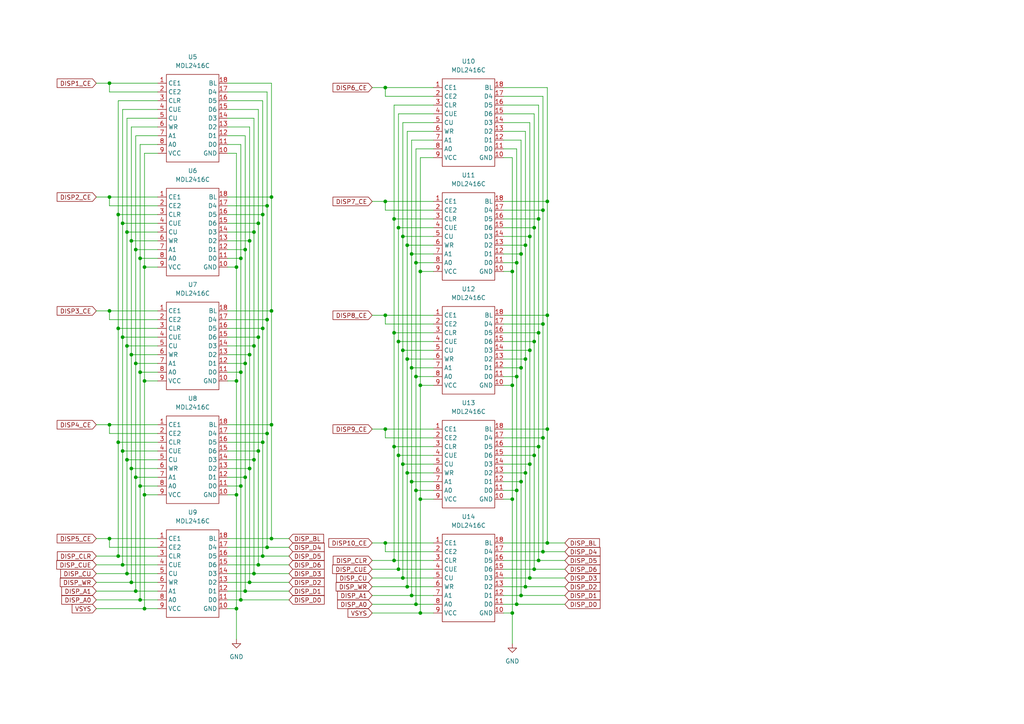
<source format=kicad_sch>
(kicad_sch (version 20230121) (generator eeschema)
  (paper "A4")
  (lib_symbols
    (symbol "MyComponents:MDL2416C"
      (property "Reference" "U" (at 0 0 0))
      (property "Value" "MDL2416C" (at 0 -15.24 0))
      (symbol "MDL2416C_0_1"
        (polyline (pts (xy 7.62 12.7) (xy 7.62 -12.7) (xy -7.62 -12.7) (xy -7.62 12.7) (xy 7.62 12.7)))
      )
      (symbol "MDL2416C_1_1"
        (pin input line (at -10.16 10.16 0) (length 2.54) (name "CE1") (number "1"))
        (pin power_in line (at 10.16 -10.16 180) (length 2.54) (name "GND") (number "10"))
        (pin input line (at 10.16 -7.62 180) (length 2.54) (name "D0") (number "11"))
        (pin input line (at 10.16 -5.08 180) (length 2.54) (name "D1") (number "12"))
        (pin input line (at 10.16 -2.54 180) (length 2.54) (name "D2") (number "13"))
        (pin input line (at 10.16 0 180) (length 2.54) (name "D3") (number "14"))
        (pin input line (at 10.16 2.54 180) (length 2.54) (name "D6") (number "15"))
        (pin input line (at 10.16 5.08 180) (length 2.54) (name "D5") (number "16"))
        (pin input line (at 10.16 7.62 180) (length 2.54) (name "D4") (number "17"))
        (pin input line (at 10.16 10.16 180) (length 2.54) (name "BL") (number "18"))
        (pin input line (at -10.16 7.62 0) (length 2.54) (name "CE2") (number "2"))
        (pin input line (at -10.16 5.08 0) (length 2.54) (name "CLR") (number "3"))
        (pin input line (at -10.16 2.54 0) (length 2.54) (name "CUE") (number "4"))
        (pin input line (at -10.16 0 0) (length 2.54) (name "CU") (number "5"))
        (pin input line (at -10.16 -2.54 0) (length 2.54) (name "WR") (number "6"))
        (pin input line (at -10.16 -5.08 0) (length 2.54) (name "A1") (number "7"))
        (pin input line (at -10.16 -7.62 0) (length 2.54) (name "A0") (number "8"))
        (pin power_in line (at -10.16 -10.16 0) (length 2.54) (name "VCC") (number "9"))
      )
    )
    (symbol "power:GND" (power) (pin_names (offset 0))
      (property "Value" "GND" (at 0 -3.81 0))
      (symbol "GND_0_1"
        (polyline (pts (xy 0 0) (xy 0 -1.27) (xy 1.27 -1.27) (xy 0 -2.54) (xy -1.27 -1.27) (xy 0 -1.27)))
      )
      (symbol "GND_1_1"
        (pin power_in line (at 0 0 270) (length 0) hide (name "GND") (number "1"))
      )
    )
  )
  (junction (at 39.37 72.39))
  (junction (at 72.39 69.85))
  (junction (at 116.84 167.64))
  (junction (at 40.64 74.93))
  (junction (at 158.75 157.48))
  (junction (at 151.13 172.72))
  (junction (at 158.75 58.42))
  (junction (at 158.75 91.44))
  (junction (at 115.57 99.06))
  (junction (at 149.86 175.26))
  (junction (at 151.13 139.7))
  (junction (at 34.29 95.25))
  (junction (at 153.67 134.62))
  (junction (at 154.94 99.06))
  (junction (at 76.2 95.25))
  (junction (at 39.37 171.45))
  (junction (at 73.66 133.35))
  (junction (at 78.74 123.19))
  (junction (at 149.86 76.2))
  (junction (at 71.12 171.45))
  (junction (at 76.2 62.23))
  (junction (at 156.21 129.54))
  (junction (at 38.1 102.87))
  (junction (at 36.83 133.35))
  (junction (at 74.93 64.77))
  (junction (at 149.86 109.22))
  (junction (at 78.74 90.17))
  (junction (at 38.1 168.91))
  (junction (at 121.92 111.76))
  (junction (at 115.57 165.1))
  (junction (at 119.38 106.68))
  (junction (at 68.58 110.49))
  (junction (at 31.75 156.21))
  (junction (at 148.59 144.78))
  (junction (at 69.85 173.99))
  (junction (at 116.84 68.58))
  (junction (at 115.57 132.08))
  (junction (at 152.4 71.12))
  (junction (at 116.84 134.62))
  (junction (at 35.56 97.79))
  (junction (at 34.29 128.27))
  (junction (at 73.66 166.37))
  (junction (at 148.59 111.76))
  (junction (at 40.64 140.97))
  (junction (at 35.56 130.81))
  (junction (at 114.3 96.52))
  (junction (at 158.75 124.46))
  (junction (at 154.94 132.08))
  (junction (at 111.76 124.46))
  (junction (at 120.65 142.24))
  (junction (at 120.65 175.26))
  (junction (at 114.3 63.5))
  (junction (at 77.47 158.75))
  (junction (at 74.93 97.79))
  (junction (at 77.47 125.73))
  (junction (at 111.76 58.42))
  (junction (at 76.2 161.29))
  (junction (at 36.83 100.33))
  (junction (at 119.38 139.7))
  (junction (at 157.48 127))
  (junction (at 120.65 76.2))
  (junction (at 156.21 162.56))
  (junction (at 153.67 68.58))
  (junction (at 72.39 135.89))
  (junction (at 68.58 143.51))
  (junction (at 148.59 177.8))
  (junction (at 72.39 168.91))
  (junction (at 118.11 104.14))
  (junction (at 151.13 73.66))
  (junction (at 151.13 106.68))
  (junction (at 111.76 157.48))
  (junction (at 39.37 105.41))
  (junction (at 156.21 96.52))
  (junction (at 71.12 105.41))
  (junction (at 156.21 63.5))
  (junction (at 69.85 140.97))
  (junction (at 157.48 160.02))
  (junction (at 40.64 173.99))
  (junction (at 38.1 135.89))
  (junction (at 152.4 104.14))
  (junction (at 154.94 66.04))
  (junction (at 31.75 57.15))
  (junction (at 74.93 163.83))
  (junction (at 121.92 78.74))
  (junction (at 71.12 72.39))
  (junction (at 69.85 74.93))
  (junction (at 118.11 137.16))
  (junction (at 119.38 73.66))
  (junction (at 41.91 110.49))
  (junction (at 36.83 166.37))
  (junction (at 38.1 69.85))
  (junction (at 121.92 144.78))
  (junction (at 121.92 177.8))
  (junction (at 119.38 172.72))
  (junction (at 118.11 71.12))
  (junction (at 71.12 138.43))
  (junction (at 111.76 91.44))
  (junction (at 31.75 123.19))
  (junction (at 40.64 107.95))
  (junction (at 31.75 24.13))
  (junction (at 118.11 170.18))
  (junction (at 31.75 90.17))
  (junction (at 78.74 57.15))
  (junction (at 157.48 93.98))
  (junction (at 114.3 162.56))
  (junction (at 120.65 109.22))
  (junction (at 69.85 107.95))
  (junction (at 114.3 129.54))
  (junction (at 77.47 59.69))
  (junction (at 41.91 77.47))
  (junction (at 157.48 60.96))
  (junction (at 154.94 165.1))
  (junction (at 73.66 67.31))
  (junction (at 152.4 170.18))
  (junction (at 76.2 128.27))
  (junction (at 111.76 25.4))
  (junction (at 115.57 66.04))
  (junction (at 73.66 100.33))
  (junction (at 77.47 92.71))
  (junction (at 149.86 142.24))
  (junction (at 72.39 102.87))
  (junction (at 35.56 64.77))
  (junction (at 35.56 163.83))
  (junction (at 116.84 101.6))
  (junction (at 148.59 78.74))
  (junction (at 153.67 167.64))
  (junction (at 78.74 156.21))
  (junction (at 152.4 137.16))
  (junction (at 41.91 176.53))
  (junction (at 36.83 67.31))
  (junction (at 34.29 161.29))
  (junction (at 39.37 138.43))
  (junction (at 34.29 62.23))
  (junction (at 41.91 143.51))
  (junction (at 68.58 77.47))
  (junction (at 68.58 176.53))
  (junction (at 153.67 101.6))
  (junction (at 74.93 130.81))
  (wire (pts (xy 149.86 175.26) (xy 163.83 175.26)))
  (wire (pts (xy 158.75 124.46) (xy 158.75 157.48)))
  (wire (pts (xy 27.94 176.53) (xy 41.91 176.53)))
  (wire (pts (xy 157.48 160.02) (xy 163.83 160.02)))
  (wire (pts (xy 66.04 161.29) (xy 76.2 161.29)))
  (wire (pts (xy 114.3 30.48) (xy 114.3 63.5)))
  (wire (pts (xy 74.93 64.77) (xy 74.93 97.79)))
  (wire (pts (xy 118.11 104.14) (xy 118.11 137.16)))
  (wire (pts (xy 66.04 41.91) (xy 69.85 41.91)))
  (wire (pts (xy 146.05 162.56) (xy 156.21 162.56)))
  (wire (pts (xy 151.13 139.7) (xy 151.13 172.72)))
  (wire (pts (xy 76.2 161.29) (xy 83.82 161.29)))
  (wire (pts (xy 41.91 143.51) (xy 41.91 176.53)))
  (wire (pts (xy 66.04 44.45) (xy 68.58 44.45)))
  (wire (pts (xy 34.29 62.23) (xy 34.29 95.25)))
  (wire (pts (xy 158.75 58.42) (xy 158.75 91.44)))
  (wire (pts (xy 66.04 72.39) (xy 71.12 72.39)))
  (wire (pts (xy 74.93 97.79) (xy 74.93 130.81)))
  (wire (pts (xy 120.65 76.2) (xy 125.73 76.2)))
  (wire (pts (xy 120.65 76.2) (xy 120.65 109.22)))
  (wire (pts (xy 78.74 57.15) (xy 78.74 90.17)))
  (wire (pts (xy 125.73 93.98) (xy 111.76 93.98)))
  (wire (pts (xy 154.94 66.04) (xy 154.94 99.06)))
  (wire (pts (xy 121.92 111.76) (xy 125.73 111.76)))
  (wire (pts (xy 111.76 25.4) (xy 111.76 27.94)))
  (wire (pts (xy 45.72 34.29) (xy 36.83 34.29)))
  (wire (pts (xy 45.72 29.21) (xy 34.29 29.21)))
  (wire (pts (xy 66.04 158.75) (xy 77.47 158.75)))
  (wire (pts (xy 27.94 173.99) (xy 40.64 173.99)))
  (wire (pts (xy 36.83 133.35) (xy 45.72 133.35)))
  (wire (pts (xy 68.58 143.51) (xy 68.58 176.53)))
  (wire (pts (xy 125.73 127) (xy 111.76 127)))
  (wire (pts (xy 153.67 35.56) (xy 153.67 68.58)))
  (wire (pts (xy 69.85 140.97) (xy 66.04 140.97)))
  (wire (pts (xy 120.65 109.22) (xy 120.65 142.24)))
  (wire (pts (xy 107.95 177.8) (xy 121.92 177.8)))
  (wire (pts (xy 153.67 101.6) (xy 153.67 134.62)))
  (wire (pts (xy 72.39 135.89) (xy 66.04 135.89)))
  (wire (pts (xy 69.85 173.99) (xy 83.82 173.99)))
  (wire (pts (xy 34.29 95.25) (xy 34.29 128.27)))
  (wire (pts (xy 118.11 137.16) (xy 118.11 170.18)))
  (wire (pts (xy 151.13 73.66) (xy 151.13 106.68)))
  (wire (pts (xy 72.39 36.83) (xy 72.39 69.85)))
  (wire (pts (xy 146.05 45.72) (xy 148.59 45.72)))
  (wire (pts (xy 107.95 167.64) (xy 116.84 167.64)))
  (wire (pts (xy 45.72 39.37) (xy 39.37 39.37)))
  (wire (pts (xy 107.95 157.48) (xy 111.76 157.48)))
  (wire (pts (xy 31.75 26.67) (xy 45.72 26.67)))
  (wire (pts (xy 111.76 93.98) (xy 111.76 91.44)))
  (wire (pts (xy 156.21 162.56) (xy 163.83 162.56)))
  (wire (pts (xy 153.67 101.6) (xy 146.05 101.6)))
  (wire (pts (xy 27.94 171.45) (xy 39.37 171.45)))
  (wire (pts (xy 146.05 30.48) (xy 156.21 30.48)))
  (wire (pts (xy 31.75 123.19) (xy 45.72 123.19)))
  (wire (pts (xy 111.76 27.94) (xy 125.73 27.94)))
  (wire (pts (xy 120.65 43.18) (xy 120.65 76.2)))
  (wire (pts (xy 107.95 124.46) (xy 111.76 124.46)))
  (wire (pts (xy 158.75 157.48) (xy 163.83 157.48)))
  (wire (pts (xy 31.75 90.17) (xy 45.72 90.17)))
  (wire (pts (xy 31.75 125.73) (xy 31.75 123.19)))
  (wire (pts (xy 111.76 60.96) (xy 111.76 58.42)))
  (wire (pts (xy 31.75 92.71) (xy 31.75 90.17)))
  (wire (pts (xy 35.56 64.77) (xy 45.72 64.77)))
  (wire (pts (xy 78.74 156.21) (xy 83.82 156.21)))
  (wire (pts (xy 158.75 91.44) (xy 158.75 124.46)))
  (wire (pts (xy 35.56 31.75) (xy 35.56 64.77)))
  (wire (pts (xy 73.66 100.33) (xy 73.66 133.35)))
  (wire (pts (xy 41.91 143.51) (xy 45.72 143.51)))
  (wire (pts (xy 107.95 175.26) (xy 120.65 175.26)))
  (wire (pts (xy 118.11 170.18) (xy 125.73 170.18)))
  (wire (pts (xy 73.66 166.37) (xy 83.82 166.37)))
  (wire (pts (xy 72.39 102.87) (xy 66.04 102.87)))
  (wire (pts (xy 71.12 72.39) (xy 71.12 105.41)))
  (wire (pts (xy 118.11 71.12) (xy 118.11 104.14)))
  (wire (pts (xy 35.56 130.81) (xy 35.56 163.83)))
  (wire (pts (xy 158.75 91.44) (xy 146.05 91.44)))
  (wire (pts (xy 107.95 170.18) (xy 118.11 170.18)))
  (wire (pts (xy 36.83 67.31) (xy 45.72 67.31)))
  (wire (pts (xy 111.76 58.42) (xy 125.73 58.42)))
  (wire (pts (xy 36.83 166.37) (xy 45.72 166.37)))
  (wire (pts (xy 125.73 60.96) (xy 111.76 60.96)))
  (wire (pts (xy 107.95 165.1) (xy 115.57 165.1)))
  (wire (pts (xy 66.04 26.67) (xy 77.47 26.67)))
  (wire (pts (xy 149.86 43.18) (xy 149.86 76.2)))
  (wire (pts (xy 27.94 168.91) (xy 38.1 168.91)))
  (wire (pts (xy 76.2 62.23) (xy 66.04 62.23)))
  (wire (pts (xy 45.72 158.75) (xy 31.75 158.75)))
  (wire (pts (xy 152.4 38.1) (xy 152.4 71.12)))
  (wire (pts (xy 76.2 128.27) (xy 76.2 161.29)))
  (wire (pts (xy 157.48 127) (xy 146.05 127)))
  (wire (pts (xy 40.64 107.95) (xy 40.64 140.97)))
  (wire (pts (xy 77.47 26.67) (xy 77.47 59.69)))
  (wire (pts (xy 148.59 78.74) (xy 148.59 111.76)))
  (wire (pts (xy 156.21 63.5) (xy 156.21 96.52)))
  (wire (pts (xy 116.84 134.62) (xy 125.73 134.62)))
  (wire (pts (xy 68.58 110.49) (xy 68.58 143.51)))
  (wire (pts (xy 121.92 45.72) (xy 121.92 78.74)))
  (wire (pts (xy 114.3 129.54) (xy 114.3 162.56)))
  (wire (pts (xy 154.94 99.06) (xy 154.94 132.08)))
  (wire (pts (xy 157.48 60.96) (xy 146.05 60.96)))
  (wire (pts (xy 125.73 35.56) (xy 116.84 35.56)))
  (wire (pts (xy 125.73 43.18) (xy 120.65 43.18)))
  (wire (pts (xy 34.29 95.25) (xy 45.72 95.25)))
  (wire (pts (xy 146.05 25.4) (xy 158.75 25.4)))
  (wire (pts (xy 125.73 40.64) (xy 119.38 40.64)))
  (wire (pts (xy 36.83 133.35) (xy 36.83 166.37)))
  (wire (pts (xy 149.86 142.24) (xy 149.86 175.26)))
  (wire (pts (xy 146.05 38.1) (xy 152.4 38.1)))
  (wire (pts (xy 125.73 25.4) (xy 111.76 25.4)))
  (wire (pts (xy 154.94 33.02) (xy 154.94 66.04)))
  (wire (pts (xy 107.95 25.4) (xy 111.76 25.4)))
  (wire (pts (xy 36.83 67.31) (xy 36.83 100.33)))
  (wire (pts (xy 149.86 109.22) (xy 146.05 109.22)))
  (wire (pts (xy 45.72 31.75) (xy 35.56 31.75)))
  (wire (pts (xy 153.67 167.64) (xy 163.83 167.64)))
  (wire (pts (xy 146.05 139.7) (xy 151.13 139.7)))
  (wire (pts (xy 39.37 138.43) (xy 39.37 171.45)))
  (wire (pts (xy 158.75 58.42) (xy 146.05 58.42)))
  (wire (pts (xy 153.67 134.62) (xy 146.05 134.62)))
  (wire (pts (xy 121.92 144.78) (xy 121.92 177.8)))
  (wire (pts (xy 146.05 78.74) (xy 148.59 78.74)))
  (wire (pts (xy 39.37 171.45) (xy 45.72 171.45)))
  (wire (pts (xy 118.11 104.14) (xy 125.73 104.14)))
  (wire (pts (xy 31.75 59.69) (xy 31.75 57.15)))
  (wire (pts (xy 111.76 160.02) (xy 111.76 157.48)))
  (wire (pts (xy 74.93 130.81) (xy 66.04 130.81)))
  (wire (pts (xy 115.57 99.06) (xy 115.57 132.08)))
  (wire (pts (xy 119.38 139.7) (xy 125.73 139.7)))
  (wire (pts (xy 45.72 24.13) (xy 31.75 24.13)))
  (wire (pts (xy 146.05 172.72) (xy 151.13 172.72)))
  (wire (pts (xy 66.04 163.83) (xy 74.93 163.83)))
  (wire (pts (xy 27.94 123.19) (xy 31.75 123.19)))
  (wire (pts (xy 68.58 44.45) (xy 68.58 77.47)))
  (wire (pts (xy 39.37 138.43) (xy 45.72 138.43)))
  (wire (pts (xy 34.29 62.23) (xy 45.72 62.23)))
  (wire (pts (xy 40.64 74.93) (xy 40.64 107.95)))
  (wire (pts (xy 158.75 124.46) (xy 146.05 124.46)))
  (wire (pts (xy 69.85 41.91) (xy 69.85 74.93)))
  (wire (pts (xy 41.91 110.49) (xy 45.72 110.49)))
  (wire (pts (xy 74.93 31.75) (xy 74.93 64.77)))
  (wire (pts (xy 66.04 143.51) (xy 68.58 143.51)))
  (wire (pts (xy 121.92 177.8) (xy 125.73 177.8)))
  (wire (pts (xy 146.05 170.18) (xy 152.4 170.18)))
  (wire (pts (xy 121.92 78.74) (xy 121.92 111.76)))
  (wire (pts (xy 120.65 109.22) (xy 125.73 109.22)))
  (wire (pts (xy 146.05 33.02) (xy 154.94 33.02)))
  (wire (pts (xy 125.73 38.1) (xy 118.11 38.1)))
  (wire (pts (xy 78.74 57.15) (xy 66.04 57.15)))
  (wire (pts (xy 73.66 67.31) (xy 73.66 100.33)))
  (wire (pts (xy 119.38 106.68) (xy 125.73 106.68)))
  (wire (pts (xy 114.3 162.56) (xy 125.73 162.56)))
  (wire (pts (xy 156.21 96.52) (xy 156.21 129.54)))
  (wire (pts (xy 45.72 36.83) (xy 38.1 36.83)))
  (wire (pts (xy 146.05 43.18) (xy 149.86 43.18)))
  (wire (pts (xy 152.4 137.16) (xy 146.05 137.16)))
  (wire (pts (xy 38.1 102.87) (xy 45.72 102.87)))
  (wire (pts (xy 66.04 36.83) (xy 72.39 36.83)))
  (wire (pts (xy 76.2 62.23) (xy 76.2 95.25)))
  (wire (pts (xy 148.59 45.72) (xy 148.59 78.74)))
  (wire (pts (xy 158.75 25.4) (xy 158.75 58.42)))
  (wire (pts (xy 38.1 135.89) (xy 45.72 135.89)))
  (wire (pts (xy 40.64 140.97) (xy 40.64 173.99)))
  (wire (pts (xy 66.04 173.99) (xy 69.85 173.99)))
  (wire (pts (xy 152.4 104.14) (xy 152.4 137.16)))
  (wire (pts (xy 69.85 107.95) (xy 69.85 140.97)))
  (wire (pts (xy 118.11 137.16) (xy 125.73 137.16)))
  (wire (pts (xy 74.93 64.77) (xy 66.04 64.77)))
  (wire (pts (xy 115.57 132.08) (xy 115.57 165.1)))
  (wire (pts (xy 114.3 63.5) (xy 125.73 63.5)))
  (wire (pts (xy 66.04 138.43) (xy 71.12 138.43)))
  (wire (pts (xy 72.39 69.85) (xy 66.04 69.85)))
  (wire (pts (xy 119.38 73.66) (xy 119.38 106.68)))
  (wire (pts (xy 120.65 142.24) (xy 125.73 142.24)))
  (wire (pts (xy 77.47 125.73) (xy 77.47 158.75)))
  (wire (pts (xy 77.47 158.75) (xy 83.82 158.75)))
  (wire (pts (xy 157.48 60.96) (xy 157.48 93.98)))
  (wire (pts (xy 66.04 110.49) (xy 68.58 110.49)))
  (wire (pts (xy 31.75 24.13) (xy 31.75 26.67)))
  (wire (pts (xy 38.1 69.85) (xy 38.1 102.87)))
  (wire (pts (xy 31.75 156.21) (xy 45.72 156.21)))
  (wire (pts (xy 39.37 72.39) (xy 39.37 105.41)))
  (wire (pts (xy 41.91 77.47) (xy 45.72 77.47)))
  (wire (pts (xy 77.47 59.69) (xy 66.04 59.69)))
  (wire (pts (xy 152.4 71.12) (xy 152.4 104.14)))
  (wire (pts (xy 149.86 76.2) (xy 146.05 76.2)))
  (wire (pts (xy 35.56 97.79) (xy 45.72 97.79)))
  (wire (pts (xy 34.29 29.21) (xy 34.29 62.23)))
  (wire (pts (xy 36.83 100.33) (xy 45.72 100.33)))
  (wire (pts (xy 38.1 69.85) (xy 45.72 69.85)))
  (wire (pts (xy 120.65 142.24) (xy 120.65 175.26)))
  (wire (pts (xy 27.94 156.21) (xy 31.75 156.21)))
  (wire (pts (xy 111.76 124.46) (xy 125.73 124.46)))
  (wire (pts (xy 35.56 64.77) (xy 35.56 97.79)))
  (wire (pts (xy 116.84 101.6) (xy 125.73 101.6)))
  (wire (pts (xy 27.94 57.15) (xy 31.75 57.15)))
  (wire (pts (xy 146.05 111.76) (xy 148.59 111.76)))
  (wire (pts (xy 73.66 100.33) (xy 66.04 100.33)))
  (wire (pts (xy 114.3 96.52) (xy 114.3 129.54)))
  (wire (pts (xy 116.84 68.58) (xy 116.84 101.6)))
  (wire (pts (xy 146.05 73.66) (xy 151.13 73.66)))
  (wire (pts (xy 156.21 63.5) (xy 146.05 63.5)))
  (wire (pts (xy 115.57 99.06) (xy 125.73 99.06)))
  (wire (pts (xy 31.75 57.15) (xy 45.72 57.15)))
  (wire (pts (xy 66.04 29.21) (xy 76.2 29.21)))
  (wire (pts (xy 115.57 33.02) (xy 115.57 66.04)))
  (wire (pts (xy 38.1 102.87) (xy 38.1 135.89)))
  (wire (pts (xy 71.12 39.37) (xy 71.12 72.39)))
  (wire (pts (xy 41.91 110.49) (xy 41.91 143.51)))
  (wire (pts (xy 39.37 105.41) (xy 39.37 138.43)))
  (wire (pts (xy 34.29 128.27) (xy 34.29 161.29)))
  (wire (pts (xy 152.4 170.18) (xy 163.83 170.18)))
  (wire (pts (xy 157.48 27.94) (xy 157.48 60.96)))
  (wire (pts (xy 157.48 93.98) (xy 157.48 127)))
  (wire (pts (xy 45.72 41.91) (xy 40.64 41.91)))
  (wire (pts (xy 38.1 135.89) (xy 38.1 168.91)))
  (wire (pts (xy 41.91 176.53) (xy 45.72 176.53)))
  (wire (pts (xy 107.95 58.42) (xy 111.76 58.42)))
  (wire (pts (xy 77.47 92.71) (xy 77.47 125.73)))
  (wire (pts (xy 66.04 171.45) (xy 71.12 171.45)))
  (wire (pts (xy 111.76 127) (xy 111.76 124.46)))
  (wire (pts (xy 154.94 132.08) (xy 154.94 165.1)))
  (wire (pts (xy 45.72 125.73) (xy 31.75 125.73)))
  (wire (pts (xy 149.86 109.22) (xy 149.86 142.24)))
  (wire (pts (xy 116.84 167.64) (xy 125.73 167.64)))
  (wire (pts (xy 125.73 45.72) (xy 121.92 45.72)))
  (wire (pts (xy 156.21 129.54) (xy 156.21 162.56)))
  (wire (pts (xy 154.94 165.1) (xy 163.83 165.1)))
  (wire (pts (xy 115.57 132.08) (xy 125.73 132.08)))
  (wire (pts (xy 153.67 68.58) (xy 153.67 101.6)))
  (wire (pts (xy 74.93 163.83) (xy 83.82 163.83)))
  (wire (pts (xy 76.2 95.25) (xy 76.2 128.27)))
  (wire (pts (xy 119.38 139.7) (xy 119.38 172.72)))
  (wire (pts (xy 39.37 72.39) (xy 45.72 72.39)))
  (wire (pts (xy 149.86 142.24) (xy 146.05 142.24)))
  (wire (pts (xy 115.57 66.04) (xy 125.73 66.04)))
  (wire (pts (xy 151.13 40.64) (xy 151.13 73.66)))
  (wire (pts (xy 34.29 128.27) (xy 45.72 128.27)))
  (wire (pts (xy 73.66 133.35) (xy 73.66 166.37)))
  (wire (pts (xy 40.64 41.91) (xy 40.64 74.93)))
  (wire (pts (xy 157.48 93.98) (xy 146.05 93.98)))
  (wire (pts (xy 66.04 168.91) (xy 72.39 168.91)))
  (wire (pts (xy 146.05 160.02) (xy 157.48 160.02)))
  (wire (pts (xy 77.47 59.69) (xy 77.47 92.71)))
  (wire (pts (xy 156.21 96.52) (xy 146.05 96.52)))
  (wire (pts (xy 71.12 171.45) (xy 83.82 171.45)))
  (wire (pts (xy 45.72 44.45) (xy 41.91 44.45)))
  (wire (pts (xy 69.85 74.93) (xy 66.04 74.93)))
  (wire (pts (xy 119.38 106.68) (xy 119.38 139.7)))
  (wire (pts (xy 74.93 130.81) (xy 74.93 163.83)))
  (wire (pts (xy 38.1 168.91) (xy 45.72 168.91)))
  (wire (pts (xy 66.04 156.21) (xy 78.74 156.21)))
  (wire (pts (xy 111.76 91.44) (xy 125.73 91.44)))
  (wire (pts (xy 116.84 101.6) (xy 116.84 134.62)))
  (wire (pts (xy 157.48 127) (xy 157.48 160.02)))
  (wire (pts (xy 39.37 39.37) (xy 39.37 72.39)))
  (wire (pts (xy 156.21 129.54) (xy 146.05 129.54)))
  (wire (pts (xy 121.92 78.74) (xy 125.73 78.74)))
  (wire (pts (xy 146.05 27.94) (xy 157.48 27.94)))
  (wire (pts (xy 72.39 135.89) (xy 72.39 168.91)))
  (wire (pts (xy 116.84 134.62) (xy 116.84 167.64)))
  (wire (pts (xy 114.3 96.52) (xy 125.73 96.52)))
  (wire (pts (xy 107.95 91.44) (xy 111.76 91.44)))
  (wire (pts (xy 72.39 168.91) (xy 83.82 168.91)))
  (wire (pts (xy 27.94 166.37) (xy 36.83 166.37)))
  (wire (pts (xy 148.59 111.76) (xy 148.59 144.78)))
  (wire (pts (xy 125.73 30.48) (xy 114.3 30.48)))
  (wire (pts (xy 111.76 157.48) (xy 125.73 157.48)))
  (wire (pts (xy 76.2 95.25) (xy 66.04 95.25)))
  (wire (pts (xy 68.58 77.47) (xy 68.58 110.49)))
  (wire (pts (xy 146.05 106.68) (xy 151.13 106.68)))
  (wire (pts (xy 36.83 100.33) (xy 36.83 133.35)))
  (wire (pts (xy 119.38 40.64) (xy 119.38 73.66)))
  (wire (pts (xy 71.12 138.43) (xy 71.12 171.45)))
  (wire (pts (xy 73.66 34.29) (xy 73.66 67.31)))
  (wire (pts (xy 35.56 97.79) (xy 35.56 130.81)))
  (wire (pts (xy 148.59 144.78) (xy 148.59 177.8)))
  (wire (pts (xy 66.04 24.13) (xy 78.74 24.13)))
  (wire (pts (xy 66.04 34.29) (xy 73.66 34.29)))
  (wire (pts (xy 68.58 176.53) (xy 68.58 185.42)))
  (wire (pts (xy 153.67 68.58) (xy 146.05 68.58)))
  (wire (pts (xy 115.57 165.1) (xy 125.73 165.1)))
  (wire (pts (xy 35.56 163.83) (xy 45.72 163.83)))
  (wire (pts (xy 73.66 67.31) (xy 66.04 67.31)))
  (wire (pts (xy 116.84 68.58) (xy 125.73 68.58)))
  (wire (pts (xy 40.64 107.95) (xy 45.72 107.95)))
  (wire (pts (xy 119.38 172.72) (xy 125.73 172.72)))
  (wire (pts (xy 156.21 30.48) (xy 156.21 63.5)))
  (wire (pts (xy 152.4 137.16) (xy 152.4 170.18)))
  (wire (pts (xy 27.94 24.13) (xy 31.75 24.13)))
  (wire (pts (xy 152.4 104.14) (xy 146.05 104.14)))
  (wire (pts (xy 72.39 102.87) (xy 72.39 135.89)))
  (wire (pts (xy 154.94 132.08) (xy 146.05 132.08)))
  (wire (pts (xy 73.66 133.35) (xy 66.04 133.35)))
  (wire (pts (xy 45.72 92.71) (xy 31.75 92.71)))
  (wire (pts (xy 27.94 161.29) (xy 34.29 161.29)))
  (wire (pts (xy 39.37 105.41) (xy 45.72 105.41)))
  (wire (pts (xy 114.3 129.54) (xy 125.73 129.54)))
  (wire (pts (xy 69.85 74.93) (xy 69.85 107.95)))
  (wire (pts (xy 146.05 35.56) (xy 153.67 35.56)))
  (wire (pts (xy 146.05 40.64) (xy 151.13 40.64)))
  (wire (pts (xy 154.94 99.06) (xy 146.05 99.06)))
  (wire (pts (xy 66.04 166.37) (xy 73.66 166.37)))
  (wire (pts (xy 40.64 74.93) (xy 45.72 74.93)))
  (wire (pts (xy 41.91 77.47) (xy 41.91 110.49)))
  (wire (pts (xy 151.13 172.72) (xy 163.83 172.72)))
  (wire (pts (xy 107.95 162.56) (xy 114.3 162.56)))
  (wire (pts (xy 118.11 71.12) (xy 125.73 71.12)))
  (wire (pts (xy 69.85 107.95) (xy 66.04 107.95)))
  (wire (pts (xy 77.47 125.73) (xy 66.04 125.73)))
  (wire (pts (xy 149.86 76.2) (xy 149.86 109.22)))
  (wire (pts (xy 45.72 59.69) (xy 31.75 59.69)))
  (wire (pts (xy 121.92 144.78) (xy 125.73 144.78)))
  (wire (pts (xy 119.38 73.66) (xy 125.73 73.66)))
  (wire (pts (xy 152.4 71.12) (xy 146.05 71.12)))
  (wire (pts (xy 74.93 97.79) (xy 66.04 97.79)))
  (wire (pts (xy 78.74 90.17) (xy 78.74 123.19)))
  (wire (pts (xy 151.13 106.68) (xy 151.13 139.7)))
  (wire (pts (xy 153.67 134.62) (xy 153.67 167.64)))
  (wire (pts (xy 31.75 158.75) (xy 31.75 156.21)))
  (wire (pts (xy 40.64 173.99) (xy 45.72 173.99)))
  (wire (pts (xy 68.58 176.53) (xy 66.04 176.53)))
  (wire (pts (xy 146.05 175.26) (xy 149.86 175.26)))
  (wire (pts (xy 78.74 90.17) (xy 66.04 90.17)))
  (wire (pts (xy 120.65 175.26) (xy 125.73 175.26)))
  (wire (pts (xy 118.11 38.1) (xy 118.11 71.12)))
  (wire (pts (xy 146.05 157.48) (xy 158.75 157.48)))
  (wire (pts (xy 69.85 140.97) (xy 69.85 173.99)))
  (wire (pts (xy 27.94 163.83) (xy 35.56 163.83)))
  (wire (pts (xy 107.95 172.72) (xy 119.38 172.72)))
  (wire (pts (xy 36.83 34.29) (xy 36.83 67.31)))
  (wire (pts (xy 76.2 128.27) (xy 66.04 128.27)))
  (wire (pts (xy 66.04 77.47) (xy 68.58 77.47)))
  (wire (pts (xy 146.05 144.78) (xy 148.59 144.78)))
  (wire (pts (xy 148.59 177.8) (xy 148.59 186.69)))
  (wire (pts (xy 148.59 177.8) (xy 146.05 177.8)))
  (wire (pts (xy 76.2 29.21) (xy 76.2 62.23)))
  (wire (pts (xy 66.04 105.41) (xy 71.12 105.41)))
  (wire (pts (xy 40.64 140.97) (xy 45.72 140.97)))
  (wire (pts (xy 38.1 36.83) (xy 38.1 69.85)))
  (wire (pts (xy 146.05 167.64) (xy 153.67 167.64)))
  (wire (pts (xy 125.73 160.02) (xy 111.76 160.02)))
  (wire (pts (xy 27.94 90.17) (xy 31.75 90.17)))
  (wire (pts (xy 66.04 31.75) (xy 74.93 31.75)))
  (wire (pts (xy 154.94 66.04) (xy 146.05 66.04)))
  (wire (pts (xy 114.3 63.5) (xy 114.3 96.52)))
  (wire (pts (xy 71.12 105.41) (xy 71.12 138.43)))
  (wire (pts (xy 125.73 33.02) (xy 115.57 33.02)))
  (wire (pts (xy 41.91 44.45) (xy 41.91 77.47)))
  (wire (pts (xy 116.84 35.56) (xy 116.84 68.58)))
  (wire (pts (xy 77.47 92.71) (xy 66.04 92.71)))
  (wire (pts (xy 78.74 123.19) (xy 78.74 156.21)))
  (wire (pts (xy 115.57 66.04) (xy 115.57 99.06)))
  (wire (pts (xy 146.05 165.1) (xy 154.94 165.1)))
  (wire (pts (xy 78.74 123.19) (xy 66.04 123.19)))
  (wire (pts (xy 35.56 130.81) (xy 45.72 130.81)))
  (wire (pts (xy 72.39 69.85) (xy 72.39 102.87)))
  (wire (pts (xy 34.29 161.29) (xy 45.72 161.29)))
  (wire (pts (xy 66.04 39.37) (xy 71.12 39.37)))
  (wire (pts (xy 78.74 24.13) (xy 78.74 57.15)))
  (wire (pts (xy 121.92 111.76) (xy 121.92 144.78)))
  (global_label "DISP_D0" (shape input) (at 83.82 173.99 0) (property "Intersheetrefs" "${INTERSHEET_REFS}" (effects hide)))
  (global_label "DISP_A1" (shape input) (at 107.95 172.72 180) (property "Intersheetrefs" "${INTERSHEET_REFS}" (effects hide)))
  (global_label "DISP_WR" (shape input) (at 27.94 168.91 180) (property "Intersheetrefs" "${INTERSHEET_REFS}" (effects hide)))
  (global_label "DISP_BL" (shape input) (at 163.83 157.48 0) (property "Intersheetrefs" "${INTERSHEET_REFS}" (effects hide)))
  (global_label "DISP_D6" (shape input) (at 83.82 163.83 0) (property "Intersheetrefs" "${INTERSHEET_REFS}" (effects hide)))
  (global_label "DISP_D5" (shape input) (at 83.82 161.29 0) (property "Intersheetrefs" "${INTERSHEET_REFS}" (effects hide)))
  (global_label "DISP_A0" (shape input) (at 107.95 175.26 180) (property "Intersheetrefs" "${INTERSHEET_REFS}" (effects hide)))
  (global_label "DISP_D3" (shape input) (at 83.82 166.37 0) (property "Intersheetrefs" "${INTERSHEET_REFS}" (effects hide)))
  (global_label "DISP9_CE" (shape input) (at 107.95 124.46 180) (property "Intersheetrefs" "${INTERSHEET_REFS}" (effects hide)))
  (global_label "DISP_CUE" (shape input) (at 27.94 163.83 180) (property "Intersheetrefs" "${INTERSHEET_REFS}" (effects hide)))
  (global_label "DISP_D1" (shape input) (at 163.83 172.72 0) (property "Intersheetrefs" "${INTERSHEET_REFS}" (effects hide)))
  (global_label "VSYS" (shape input) (at 27.94 176.53 180) (property "Intersheetrefs" "${INTERSHEET_REFS}" (effects hide)))
  (global_label "DISP5_CE" (shape input) (at 27.94 156.21 180) (property "Intersheetrefs" "${INTERSHEET_REFS}" (effects hide)))
  (global_label "DISP_D4" (shape input) (at 163.83 160.02 0) (property "Intersheetrefs" "${INTERSHEET_REFS}" (effects hide)))
  (global_label "DISP_D5" (shape input) (at 163.83 162.56 0) (property "Intersheetrefs" "${INTERSHEET_REFS}" (effects hide)))
  (global_label "DISP_D4" (shape input) (at 83.82 158.75 0) (property "Intersheetrefs" "${INTERSHEET_REFS}" (effects hide)))
  (global_label "DISP3_CE" (shape input) (at 27.94 90.17 180) (property "Intersheetrefs" "${INTERSHEET_REFS}" (effects hide)))
  (global_label "DISP_BL" (shape input) (at 83.82 156.21 0) (property "Intersheetrefs" "${INTERSHEET_REFS}" (effects hide)))
  (global_label "DISP_CLR" (shape input) (at 107.95 162.56 180) (property "Intersheetrefs" "${INTERSHEET_REFS}" (effects hide)))
  (global_label "DISP4_CE" (shape input) (at 27.94 123.19 180) (property "Intersheetrefs" "${INTERSHEET_REFS}" (effects hide)))
  (global_label "DISP6_CE" (shape input) (at 107.95 25.4 180) (property "Intersheetrefs" "${INTERSHEET_REFS}" (effects hide)))
  (global_label "VSYS" (shape input) (at 107.95 177.8 180) (property "Intersheetrefs" "${INTERSHEET_REFS}" (effects hide)))
  (global_label "DISP2_CE" (shape input) (at 27.94 57.15 180) (property "Intersheetrefs" "${INTERSHEET_REFS}" (effects hide)))
  (global_label "DISP_D3" (shape input) (at 163.83 167.64 0) (property "Intersheetrefs" "${INTERSHEET_REFS}" (effects hide)))
  (global_label "DISP_D2" (shape input) (at 163.83 170.18 0) (property "Intersheetrefs" "${INTERSHEET_REFS}" (effects hide)))
  (global_label "DISP_CLR" (shape input) (at 27.94 161.29 180) (property "Intersheetrefs" "${INTERSHEET_REFS}" (effects hide)))
  (global_label "DISP_CU" (shape input) (at 107.95 167.64 180) (property "Intersheetrefs" "${INTERSHEET_REFS}" (effects hide)))
  (global_label "DISP_WR" (shape input) (at 107.95 170.18 180) (property "Intersheetrefs" "${INTERSHEET_REFS}" (effects hide)))
  (global_label "DISP8_CE" (shape input) (at 107.95 91.44 180) (property "Intersheetrefs" "${INTERSHEET_REFS}" (effects hide)))
  (global_label "DISP_CU" (shape input) (at 27.94 166.37 180) (property "Intersheetrefs" "${INTERSHEET_REFS}" (effects hide)))
  (global_label "DISP10_CE" (shape input) (at 107.95 157.48 180) (property "Intersheetrefs" "${INTERSHEET_REFS}" (effects hide)))
  (global_label "DISP_A1" (shape input) (at 27.94 171.45 180) (property "Intersheetrefs" "${INTERSHEET_REFS}" (effects hide)))
  (global_label "DISP_CUE" (shape input) (at 107.95 165.1 180) (property "Intersheetrefs" "${INTERSHEET_REFS}" (effects hide)))
  (global_label "DISP_D0" (shape input) (at 163.83 175.26 0) (property "Intersheetrefs" "${INTERSHEET_REFS}" (effects hide)))
  (global_label "DISP_D2" (shape input) (at 83.82 168.91 0) (property "Intersheetrefs" "${INTERSHEET_REFS}" (effects hide)))
  (global_label "DISP1_CE" (shape input) (at 27.94 24.13 180) (property "Intersheetrefs" "${INTERSHEET_REFS}" (effects hide)))
  (global_label "DISP_A0" (shape input) (at 27.94 173.99 180) (property "Intersheetrefs" "${INTERSHEET_REFS}" (effects hide)))
  (global_label "DISP_D1" (shape input) (at 83.82 171.45 0) (property "Intersheetrefs" "${INTERSHEET_REFS}" (effects hide)))
  (global_label "DISP_D6" (shape input) (at 163.83 165.1 0) (property "Intersheetrefs" "${INTERSHEET_REFS}" (effects hide)))
  (global_label "DISP7_CE" (shape input) (at 107.95 58.42 180) (property "Intersheetrefs" "${INTERSHEET_REFS}" (effects hide)))
  (symbol (lib_id "power:GND") (at 68.58 185.42 0) (unit 1)
    (property "Reference" "#PWR0118" (effects hide))
    (property "Value" "GND" (at 68.58 190.5 0))
  )
  (symbol (lib_id "MyComponents:MDL2416C") (at 55.88 133.35 0) (unit 1)
    (property "Reference" "U8" (at 55.88 115.57 0))
    (property "Value" "MDL2416C" (at 55.88 118.11 0))
    (property "Footprint" "components:DIP-18_W60" (effects hide))
  )
  (symbol (lib_id "MyComponents:MDL2416C") (at 55.88 100.33 0) (unit 1)
    (property "Reference" "U7" (at 55.88 82.55 0))
    (property "Value" "MDL2416C" (at 55.88 85.09 0))
    (property "Footprint" "components:DIP-18_W60" (effects hide))
  )
  (symbol (lib_id "MyComponents:MDL2416C") (at 135.89 68.58 0) (unit 1)
    (property "Reference" "U11" (at 135.89 50.8 0))
    (property "Value" "MDL2416C" (at 135.89 53.34 0))
    (property "Footprint" "components:DIP-18_W60" (effects hide))
  )
  (symbol (lib_id "MyComponents:MDL2416C") (at 55.88 67.31 0) (unit 1)
    (property "Reference" "U6" (at 55.88 49.53 0))
    (property "Value" "MDL2416C" (at 55.88 52.07 0))
    (property "Footprint" "components:DIP-18_W60" (effects hide))
  )
  (symbol (lib_id "MyComponents:MDL2416C") (at 135.89 101.6 0) (unit 1)
    (property "Reference" "U12" (at 135.89 83.82 0))
    (property "Value" "MDL2416C" (at 135.89 86.36 0))
    (property "Footprint" "components:DIP-18_W60" (effects hide))
  )
  (symbol (lib_id "MyComponents:MDL2416C") (at 135.89 35.56 0) (unit 1)
    (property "Reference" "U10" (at 135.89 17.78 0))
    (property "Value" "MDL2416C" (at 135.89 20.32 0))
    (property "Footprint" "components:DIP-18_W60" (effects hide))
  )
  (symbol (lib_id "power:GND") (at 148.59 186.69 0) (unit 1)
    (property "Reference" "#PWR0119" (effects hide))
    (property "Value" "GND" (at 148.59 191.77 0))
  )
  (symbol (lib_id "MyComponents:MDL2416C") (at 135.89 134.62 0) (unit 1)
    (property "Reference" "U13" (at 135.89 116.84 0))
    (property "Value" "MDL2416C" (at 135.89 119.38 0))
    (property "Footprint" "components:DIP-18_W60" (effects hide))
  )
  (symbol (lib_id "MyComponents:MDL2416C") (at 135.89 167.64 0) (unit 1)
    (property "Reference" "U14" (at 135.89 149.86 0))
    (property "Value" "MDL2416C" (at 135.89 152.4 0))
    (property "Footprint" "components:DIP-18_W60" (effects hide))
  )
  (symbol (lib_id "MyComponents:MDL2416C") (at 55.88 34.29 0) (unit 1)
    (property "Reference" "U5" (at 55.88 16.51 0))
    (property "Value" "MDL2416C" (at 55.88 19.05 0))
    (property "Footprint" "components:DIP-18_W60" (effects hide))
  )
  (symbol (lib_id "MyComponents:MDL2416C") (at 55.88 166.37 0) (unit 1)
    (property "Reference" "U9" (at 55.88 148.59 0))
    (property "Value" "MDL2416C" (at 55.88 151.13 0))
    (property "Footprint" "components:DIP-18_W60" (effects hide))
  )
)
</source>
